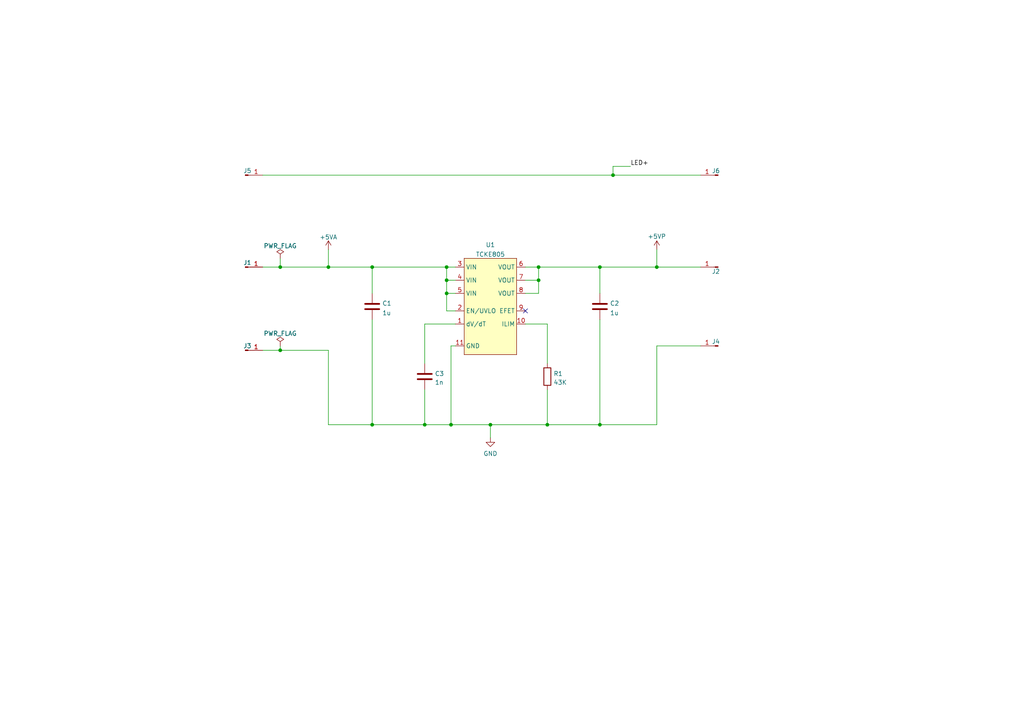
<source format=kicad_sch>
(kicad_sch (version 20211123) (generator eeschema)
  (paper "A4")
  (lib_symbols
    (symbol "Connector:Conn_01x01_Male" (pin_names (offset 1.016) hide)
      (property "Reference" "J" (at 0 2.54 0))
      (property "Value" "Conn_01x01_Male" (at 0 -2.54 0))
      (symbol "Conn_01x01_Male_1_1"
        (polyline (pts (xy 1.27 0) (xy 0.8636 0)) (stroke (width 0.1524)))
        (rectangle (start 0.8636 0.127) (end 0 -0.127) (stroke (width 0.1524)) (fill (type outline)))
        (pin passive line (at 5.08 0 180) (length 3.81) (name "Pin_1") (number "1"))
      )
    )
    (symbol "Device:C" (pin_numbers hide) (pin_names (offset 0.254))
      (property "Reference" "C" (at 0.635 2.54 0))
      (property "Value" "C" (at 0.635 -2.54 0))
      (symbol "C_0_1"
        (polyline (pts (xy -2.032 -0.762) (xy 2.032 -0.762)) (stroke (width 0.508)))
        (polyline (pts (xy -2.032 0.762) (xy 2.032 0.762)) (stroke (width 0.508)))
      )
      (symbol "C_1_1"
        (pin passive line (at 0 3.81 270) (length 2.794) (name "~") (number "1"))
        (pin passive line (at 0 -3.81 90) (length 2.794) (name "~") (number "2"))
      )
    )
    (symbol "Device:R" (pin_numbers hide) (pin_names (offset 0))
      (property "Reference" "R" (at 2.032 0 90))
      (property "Value" "R" (at 0 0 90))
      (symbol "R_0_1"
        (rectangle (start -1.016 -2.54) (end 1.016 2.54) (stroke (width 0.254)))
      )
      (symbol "R_1_1"
        (pin passive line (at 0 3.81 270) (length 1.27) (name "~") (number "1"))
        (pin passive line (at 0 -3.81 90) (length 1.27) (name "~") (number "2"))
      )
    )
    (symbol "Mlplel_eFuses:TCKE805"
      (property "Reference" "U" (at -5.08 13.97 0))
      (property "Value" "TCKE805" (at 3.81 13.97 0))
      (symbol "TCKE805_0_1"
        (rectangle (start -7.62 10.16) (end 7.62 -17.78) (stroke (width 0.1524)) (fill (type background)))
      )
      (symbol "TCKE805_1_1"
        (pin input line (at -10.16 -8.89 0) (length 2.54) (name "dV/dT") (number "1"))
        (pin input line (at 10.16 -8.89 180) (length 2.54) (name "ILIM") (number "10"))
        (pin power_in line (at -10.16 -15.24 0) (length 2.54) (name "GND") (number "11"))
        (pin input line (at -10.16 -5.08 0) (length 2.54) (name "EN/UVLO") (number "2"))
        (pin power_in line (at -10.16 7.62 0) (length 2.54) (name "VIN") (number "3"))
        (pin power_in line (at -10.16 3.81 0) (length 2.54) (name "VIN") (number "4"))
        (pin power_in line (at -10.16 0 0) (length 2.54) (name "VIN") (number "5"))
        (pin power_out line (at 10.16 7.62 180) (length 2.54) (name "VOUT") (number "6"))
        (pin passive line (at 10.16 3.81 180) (length 2.54) (name "VOUT") (number "7"))
        (pin passive line (at 10.16 0 180) (length 2.54) (name "VOUT") (number "8"))
        (pin output line (at 10.16 -5.08 180) (length 2.54) (name "EFET") (number "9"))
      )
    )
    (symbol "power:+5VA" (power) (pin_names (offset 0))
      (property "Value" "+5VA" (at 0 3.556 0))
      (symbol "+5VA_0_1"
        (polyline (pts (xy -0.762 1.27) (xy 0 2.54)))
        (polyline (pts (xy 0 0) (xy 0 2.54)))
        (polyline (pts (xy 0 2.54) (xy 0.762 1.27)))
      )
      (symbol "+5VA_1_1"
        (pin power_in line (at 0 0 90) (length 0) hide (name "+5VA") (number "1"))
      )
    )
    (symbol "power:+5VP" (power) (pin_names (offset 0))
      (property "Value" "+5VP" (at 0 3.556 0))
      (symbol "+5VP_0_1"
        (polyline (pts (xy -0.762 1.27) (xy 0 2.54)))
        (polyline (pts (xy 0 0) (xy 0 2.54)))
        (polyline (pts (xy 0 2.54) (xy 0.762 1.27)))
      )
      (symbol "+5VP_1_1"
        (pin power_in line (at 0 0 90) (length 0) hide (name "+5VP") (number "1"))
      )
    )
    (symbol "power:GND" (power) (pin_names (offset 0))
      (property "Value" "GND" (at 0 -3.81 0))
      (symbol "GND_0_1"
        (polyline (pts (xy 0 0) (xy 0 -1.27) (xy 1.27 -1.27) (xy 0 -2.54) (xy -1.27 -1.27) (xy 0 -1.27)))
      )
      (symbol "GND_1_1"
        (pin power_in line (at 0 0 270) (length 0) hide (name "GND") (number "1"))
      )
    )
    (symbol "power:PWR_FLAG" (power) (pin_numbers hide) (pin_names (offset 0) hide)
      (property "Value" "PWR_FLAG" (at 0 3.81 0))
      (symbol "PWR_FLAG_0_0"
        (pin power_out line (at 0 0 90) (length 0) (name "pwr") (number "1"))
      )
      (symbol "PWR_FLAG_0_1"
        (polyline (pts (xy 0 0) (xy 0 1.27) (xy -1.016 1.905) (xy 0 2.54) (xy 1.016 1.905) (xy 0 1.27)))
      )
    )
  )
  (junction (at 81.28 77.47))
  (junction (at 81.28 101.6))
  (junction (at 129.54 85.09))
  (junction (at 95.25 77.47))
  (junction (at 142.24 123.19))
  (junction (at 156.21 77.47))
  (junction (at 107.95 77.47))
  (junction (at 177.8 50.8))
  (junction (at 130.81 123.19))
  (junction (at 129.54 81.28))
  (junction (at 173.99 123.19))
  (junction (at 156.21 81.28))
  (junction (at 123.19 123.19))
  (junction (at 129.54 77.47))
  (junction (at 190.5 77.47))
  (junction (at 107.95 123.19))
  (junction (at 173.99 77.47))
  (junction (at 158.75 123.19))
  (no_connect (at 152.4 90.17))
  (wire (pts (xy 152.4 93.98) (xy 158.75 93.98)))
  (wire (pts (xy 132.08 90.17) (xy 129.54 90.17)))
  (wire (pts (xy 95.25 101.6) (xy 95.25 123.19)))
  (wire (pts (xy 76.2 50.8) (xy 177.8 50.8)))
  (wire (pts (xy 173.99 123.19) (xy 158.75 123.19)))
  (wire (pts (xy 132.08 93.98) (xy 123.19 93.98)))
  (wire (pts (xy 129.54 85.09) (xy 129.54 81.28)))
  (wire (pts (xy 173.99 77.47) (xy 173.99 85.09)))
  (wire (pts (xy 156.21 85.09) (xy 156.21 81.28)))
  (wire (pts (xy 190.5 123.19) (xy 173.99 123.19)))
  (wire (pts (xy 123.19 113.03) (xy 123.19 123.19)))
  (wire (pts (xy 107.95 92.71) (xy 107.95 123.19)))
  (wire (pts (xy 81.28 77.47) (xy 95.25 77.47)))
  (wire (pts (xy 156.21 77.47) (xy 173.99 77.47)))
  (wire (pts (xy 158.75 113.03) (xy 158.75 123.19)))
  (wire (pts (xy 158.75 123.19) (xy 142.24 123.19)))
  (wire (pts (xy 132.08 81.28) (xy 129.54 81.28)))
  (wire (pts (xy 123.19 93.98) (xy 123.19 105.41)))
  (wire (pts (xy 81.28 74.93) (xy 81.28 77.47)))
  (wire (pts (xy 142.24 123.19) (xy 142.24 127)))
  (wire (pts (xy 132.08 100.33) (xy 130.81 100.33)))
  (wire (pts (xy 130.81 123.19) (xy 142.24 123.19)))
  (wire (pts (xy 203.2 100.33) (xy 190.5 100.33)))
  (wire (pts (xy 158.75 93.98) (xy 158.75 105.41)))
  (wire (pts (xy 173.99 77.47) (xy 190.5 77.47)))
  (wire (pts (xy 129.54 90.17) (xy 129.54 85.09)))
  (wire (pts (xy 156.21 81.28) (xy 156.21 77.47)))
  (wire (pts (xy 81.28 100.33) (xy 81.28 101.6)))
  (wire (pts (xy 130.81 100.33) (xy 130.81 123.19)))
  (wire (pts (xy 95.25 72.39) (xy 95.25 77.47)))
  (wire (pts (xy 177.8 50.8) (xy 203.2 50.8)))
  (wire (pts (xy 129.54 77.47) (xy 107.95 77.47)))
  (wire (pts (xy 152.4 77.47) (xy 156.21 77.47)))
  (wire (pts (xy 129.54 81.28) (xy 129.54 77.47)))
  (wire (pts (xy 173.99 92.71) (xy 173.99 123.19)))
  (wire (pts (xy 123.19 123.19) (xy 130.81 123.19)))
  (wire (pts (xy 76.2 101.6) (xy 81.28 101.6)))
  (wire (pts (xy 132.08 85.09) (xy 129.54 85.09)))
  (wire (pts (xy 190.5 72.39) (xy 190.5 77.47)))
  (wire (pts (xy 95.25 123.19) (xy 107.95 123.19)))
  (wire (pts (xy 95.25 77.47) (xy 107.95 77.47)))
  (wire (pts (xy 132.08 77.47) (xy 129.54 77.47)))
  (wire (pts (xy 177.8 48.26) (xy 177.8 50.8)))
  (wire (pts (xy 152.4 81.28) (xy 156.21 81.28)))
  (wire (pts (xy 81.28 101.6) (xy 95.25 101.6)))
  (wire (pts (xy 76.2 77.47) (xy 81.28 77.47)))
  (wire (pts (xy 182.88 48.26) (xy 177.8 48.26)))
  (wire (pts (xy 152.4 85.09) (xy 156.21 85.09)))
  (wire (pts (xy 107.95 77.47) (xy 107.95 85.09)))
  (wire (pts (xy 190.5 77.47) (xy 203.2 77.47)))
  (wire (pts (xy 107.95 123.19) (xy 123.19 123.19)))
  (wire (pts (xy 190.5 100.33) (xy 190.5 123.19)))
  (label "LED+" (at 182.88 48.26 0))
  (symbol (lib_id "Device:R") (at 158.75 109.22 0) (unit 1)
    (property "Reference" "R1" (at 160.528 108.3853 0) (effects (justify left)))
    (property "Value" "43K" (at 160.528 110.9222 0) (effects (justify left)))
    (property "Footprint" "Resistor_SMD:R_0805_2012Metric" (effects hide))
  )
  (symbol (lib_id "Connector:Conn_01x01_Male") (at 208.28 77.47 180) (unit 1)
    (property "Reference" "J2" (at 207.645 78.7377 0))
    (property "Value" "Conn_01x01_Male" (effects hide))
    (property "Footprint" "Mlplel_Transformer:1pin_oval" (effects hide))
  )
  (symbol (lib_id "power:GND") (at 142.24 127 0) (unit 1)
    (property "Reference" "#PWR03" (effects hide))
    (property "Value" "GND" (at 142.24 131.5625 0))
  )
  (symbol (lib_id "Connector:Conn_01x01_Male") (at 71.12 77.47 0) (unit 1)
    (property "Reference" "J1" (at 71.755 76.2023 0))
    (property "Value" "Conn_01x01_Male" (effects hide))
    (property "Footprint" "Mlplel_Transformer:1pin_oval" (effects hide))
  )
  (symbol (lib_id "power:+5VP") (at 190.5 72.39 0) (unit 1)
    (property "Reference" "#PWR02" (effects hide))
    (property "Value" "+5VP" (at 190.5 68.58 0))
  )
  (symbol (lib_id "Connector:Conn_01x01_Male") (at 208.28 100.33 180) (unit 1)
    (property "Reference" "J4" (at 207.645 99.0623 0))
    (property "Value" "Conn_01x01_Male" (effects hide))
    (property "Footprint" "Mlplel_Transformer:1pin_oval" (effects hide))
  )
  (symbol (lib_id "Mlplel_eFuses:TCKE805") (at 142.24 85.09 0) (unit 1)
    (property "Reference" "U1" (at 142.24 71.0143 0))
    (property "Value" "TCKE805" (at 142.24 73.7894 0))
    (property "Footprint" "Mlplel_smd:WSON10B" (effects hide))
  )
  (symbol (lib_id "power:PWR_FLAG") (at 81.28 100.33 0) (unit 1)
    (property "Reference" "#FLG0103" (effects hide))
    (property "Value" "PWR_FLAG" (at 81.28 96.7255 0))
  )
  (symbol (lib_id "power:+5VA") (at 95.25 72.39 0) (unit 1)
    (property "Reference" "#PWR01" (effects hide))
    (property "Value" "+5VA" (at 95.25 68.7855 0))
  )
  (symbol (lib_id "power:PWR_FLAG") (at 81.28 74.93 0) (unit 1)
    (property "Reference" "#FLG0102" (effects hide))
    (property "Value" "PWR_FLAG" (at 81.28 71.3255 0))
  )
  (symbol (lib_id "Device:C") (at 107.95 88.9 0) (unit 1)
    (property "Reference" "C1" (at 110.871 87.9915 0) (effects (justify left)))
    (property "Value" "1u" (at 110.871 90.7666 0) (effects (justify left)))
    (property "Footprint" "Capacitor_SMD:C_0603_1608Metric" (effects hide))
  )
  (symbol (lib_id "Connector:Conn_01x01_Male") (at 71.12 101.6 0) (unit 1)
    (property "Reference" "J3" (at 71.755 100.3323 0))
    (property "Value" "Conn_01x01_Male" (effects hide))
    (property "Footprint" "Mlplel_Transformer:1pin_oval" (effects hide))
  )
  (symbol (lib_id "Connector:Conn_01x01_Male") (at 71.12 50.8 0) (unit 1)
    (property "Reference" "J5" (at 71.755 49.5323 0))
    (property "Value" "Conn_01x01_Male" (effects hide))
    (property "Footprint" "Mlplel_Transformer:1pin_oval" (effects hide))
  )
  (symbol (lib_id "Device:C") (at 123.19 109.22 0) (unit 1)
    (property "Reference" "C3" (at 126.111 108.3853 0) (effects (justify left)))
    (property "Value" "1n" (at 126.111 110.9222 0) (effects (justify left)))
    (property "Footprint" "Capacitor_SMD:C_0603_1608Metric" (effects hide))
  )
  (symbol (lib_id "Device:C") (at 173.99 88.9 0) (unit 1)
    (property "Reference" "C2" (at 176.911 87.9915 0) (effects (justify left)))
    (property "Value" "1u" (at 176.911 90.7666 0) (effects (justify left)))
    (property "Footprint" "Capacitor_SMD:C_0603_1608Metric" (effects hide))
  )
  (symbol (lib_id "Connector:Conn_01x01_Male") (at 208.28 50.8 180) (unit 1)
    (property "Reference" "J6" (at 207.645 49.561 0))
    (property "Value" "Conn_01x01_Male" (effects hide))
    (property "Footprint" "Mlplel_Transformer:1pin_oval" (effects hide))
  )
)
</source>
